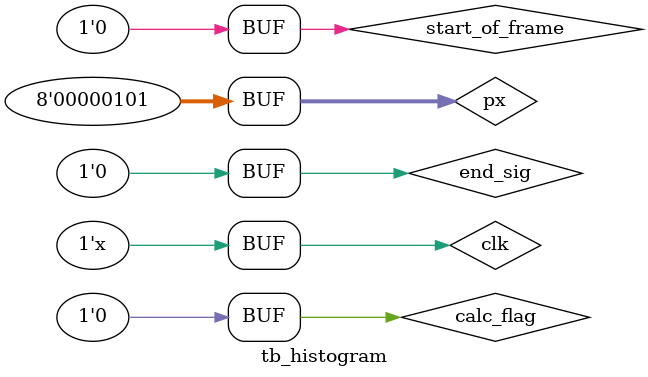
<source format=v>
`timescale 1ns / 1ps


module tb_histogram(

    );
    
    reg clk = 0;
    reg rst;
    reg [7:0] px;
    reg calc_flag = 0;
    reg start_of_frame = 0;
    reg end_sig = 0;
    
    wire [15:0] out_data;
    wire out_valid;
    
histogram_calculator hc(
    .clk(clk),
    .rst(rst),
    .in_pixel(px),
    .calc_flag(calc_flag),
    .in_valid(start_of_frame),
    .end_of_frame(end_sig),
    .external_addr_rd(0),

    .external_data_rd(out_data),
    .out_valid(out_valid)
    );    
    
always #5
    clk = ~clk;  

initial
begin
    #50
    calc_flag = 1;
    #10
    calc_flag = 0;
    start_of_frame = 1;
    px = 0;
    #10
    px = 1;
    #10
    px = 2;
    #10
    px = 1;
    #10
    px = 3;
    #10
    px = 4;
    #10
    px = 1;
    #10
    px = 5;
    start_of_frame = 0;
    end_sig=1;
    #10
    end_sig=0;
    
    #150
    calc_flag = 1;
    #10
    calc_flag = 0;
    start_of_frame = 1;
    px = 0;
    #10
    px = 1;
    #10
    px = 2;
    #10
    px = 1;
    #10
    px = 3;
    #10
    px = 4;
    #10
    px = 1;
    #10
    px = 5;
    start_of_frame = 0;
    end_sig=1;
    #10
    end_sig=0;
    
    
    
end
    
    
    
    
    
    
endmodule

</source>
